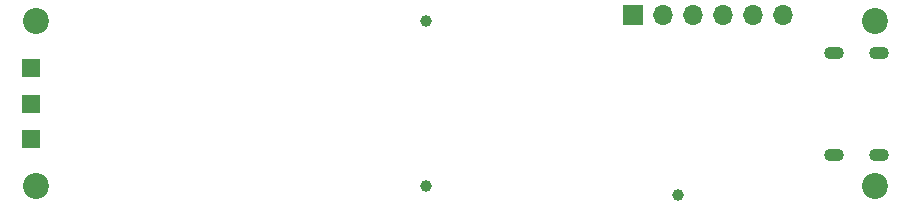
<source format=gbs>
G04 #@! TF.GenerationSoftware,KiCad,Pcbnew,8.0.4*
G04 #@! TF.CreationDate,2025-02-17T13:51:32+11:00*
G04 #@! TF.ProjectId,LSG,4c53472e-6b69-4636-9164-5f7063625858,rev?*
G04 #@! TF.SameCoordinates,Original*
G04 #@! TF.FileFunction,Soldermask,Bot*
G04 #@! TF.FilePolarity,Negative*
%FSLAX46Y46*%
G04 Gerber Fmt 4.6, Leading zero omitted, Abs format (unit mm)*
G04 Created by KiCad (PCBNEW 8.0.4) date 2025-02-17 13:51:32*
%MOMM*%
%LPD*%
G01*
G04 APERTURE LIST*
%ADD10C,2.200000*%
%ADD11C,1.000000*%
%ADD12R,1.500000X1.500000*%
%ADD13O,1.700000X1.100000*%
%ADD14R,1.700000X1.700000*%
%ADD15O,1.700000X1.700000*%
G04 APERTURE END LIST*
D10*
X-35500001Y-7000001D03*
D11*
X-2500000Y7000000D03*
D12*
X-36000000Y-3000000D03*
D10*
X-35500001Y7000001D03*
D11*
X18825000Y-7750000D03*
D13*
X32000000Y-4320000D03*
X35800000Y-4320000D03*
X32000000Y4320000D03*
X35800000Y4320000D03*
D12*
X-36000000Y3000000D03*
D10*
X35500000Y-7000000D03*
D14*
X15000000Y7500000D03*
D15*
X17540000Y7500000D03*
X20080000Y7500000D03*
X22620000Y7500000D03*
X25160000Y7500000D03*
X27700000Y7500000D03*
D10*
X35500000Y7000000D03*
D12*
X-36000000Y0D03*
D11*
X-2500000Y-7000000D03*
M02*

</source>
